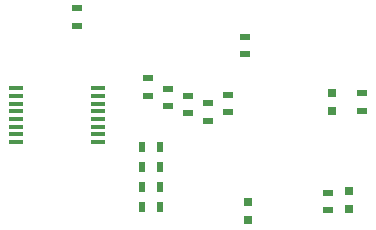
<source format=gbr>
G04 #@! TF.FileFunction,Paste,Top*
%FSLAX46Y46*%
G04 Gerber Fmt 4.6, Leading zero omitted, Abs format (unit mm)*
G04 Created by KiCad (PCBNEW 4.0.2+e4-6225~38~ubuntu14.04.1-stable) date Sat 23 Jul 2016 00:12:46 PDT*
%MOMM*%
G01*
G04 APERTURE LIST*
%ADD10C,0.100000*%
%ADD11R,0.900000X0.500000*%
%ADD12R,0.750000X0.800000*%
%ADD13R,1.200000X0.400000*%
%ADD14R,0.500000X0.900000*%
G04 APERTURE END LIST*
D10*
D11*
X157625000Y-80050000D03*
X157625000Y-78550000D03*
D12*
X156525000Y-86850000D03*
X156525000Y-88350000D03*
X155125000Y-80050000D03*
X155125000Y-78550000D03*
X148025000Y-87750000D03*
X148025000Y-89250000D03*
D11*
X144625000Y-79350000D03*
X144625000Y-80850000D03*
X154825000Y-86950000D03*
X154825000Y-88450000D03*
X147725000Y-73750000D03*
X147725000Y-75250000D03*
X146325000Y-78650000D03*
X146325000Y-80150000D03*
X133525000Y-71350000D03*
X133525000Y-72850000D03*
D13*
X128375000Y-78125000D03*
X128375000Y-78775000D03*
X128375000Y-79425000D03*
X128375000Y-80075000D03*
X128375000Y-80725000D03*
X128375000Y-81375000D03*
X128375000Y-82025000D03*
X128375000Y-82675000D03*
X135275000Y-82675000D03*
X135275000Y-82025000D03*
X135275000Y-81375000D03*
X135275000Y-80725000D03*
X135275000Y-80075000D03*
X135275000Y-79425000D03*
X135275000Y-78775000D03*
X135275000Y-78125000D03*
D11*
X142925000Y-78750000D03*
X142925000Y-80250000D03*
D14*
X139075000Y-83100000D03*
X140575000Y-83100000D03*
X139075000Y-84800000D03*
X140575000Y-84800000D03*
X139075000Y-86500000D03*
X140575000Y-86500000D03*
X139075000Y-88200000D03*
X140575000Y-88200000D03*
D11*
X141225000Y-78150000D03*
X141225000Y-79650000D03*
X139525000Y-77250000D03*
X139525000Y-78750000D03*
M02*

</source>
